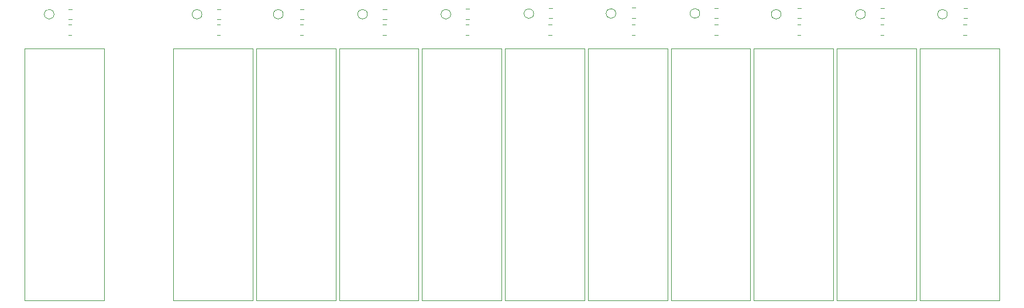
<source format=gbr>
%TF.GenerationSoftware,KiCad,Pcbnew,8.0.6-8.0.6-0~ubuntu22.04.1*%
%TF.CreationDate,2024-11-15T16:44:39-05:00*%
%TF.ProjectId,multi-band-equalizer,6d756c74-692d-4626-916e-642d65717561,rev?*%
%TF.SameCoordinates,Original*%
%TF.FileFunction,Legend,Bot*%
%TF.FilePolarity,Positive*%
%FSLAX46Y46*%
G04 Gerber Fmt 4.6, Leading zero omitted, Abs format (unit mm)*
G04 Created by KiCad (PCBNEW 8.0.6-8.0.6-0~ubuntu22.04.1) date 2024-11-15 16:44:39*
%MOMM*%
%LPD*%
G01*
G04 APERTURE LIST*
%ADD10C,0.120000*%
%ADD11C,0.100000*%
G04 APERTURE END LIST*
D10*
%TO.C,R21*%
X334815436Y-241590000D02*
X335269564Y-241590000D01*
X334815436Y-243060000D02*
X335269564Y-243060000D01*
%TO.C,TP31*%
X272590000Y-240080000D02*
G75*
G02*
X271190000Y-240080000I-700000J0D01*
G01*
X271190000Y-240080000D02*
G75*
G02*
X272590000Y-240080000I700000J0D01*
G01*
%TO.C,R19*%
X358815436Y-241590000D02*
X359269564Y-241590000D01*
X358815436Y-243060000D02*
X359269564Y-243060000D01*
%TO.C,RV3*%
D11*
X340002500Y-245025000D02*
X328502500Y-245025000D01*
X328502500Y-281525000D01*
X340002500Y-281525000D01*
X340002500Y-245025000D01*
D10*
%TO.C,TP26*%
X332430000Y-240080000D02*
G75*
G02*
X331030000Y-240080000I-700000J0D01*
G01*
X331030000Y-240080000D02*
G75*
G02*
X332430000Y-240080000I700000J0D01*
G01*
%TO.C,TP27*%
X320680000Y-239960000D02*
G75*
G02*
X319280000Y-239960000I-700000J0D01*
G01*
X319280000Y-239960000D02*
G75*
G02*
X320680000Y-239960000I700000J0D01*
G01*
%TO.C,TP28*%
X308530000Y-239970000D02*
G75*
G02*
X307130000Y-239970000I-700000J0D01*
G01*
X307130000Y-239970000D02*
G75*
G02*
X308530000Y-239970000I700000J0D01*
G01*
%TO.C,RV9*%
D11*
X268002500Y-245025000D02*
X256502500Y-245025000D01*
X256502500Y-281525000D01*
X268002500Y-281525000D01*
X268002500Y-245025000D01*
%TO.C,RV11*%
X234502500Y-245025000D02*
X223002500Y-245025000D01*
X223002500Y-281525000D01*
X234502500Y-281525000D01*
X234502500Y-245025000D01*
D10*
%TO.C,R24*%
X298792936Y-241590000D02*
X299247064Y-241590000D01*
X298792936Y-243060000D02*
X299247064Y-243060000D01*
%TO.C,R29*%
X229325436Y-241590000D02*
X229779564Y-241590000D01*
X229325436Y-243060000D02*
X229779564Y-243060000D01*
%TO.C,C38*%
X323351252Y-239190000D02*
X322828748Y-239190000D01*
X323351252Y-240660000D02*
X322828748Y-240660000D01*
%TO.C,RV7*%
D11*
X292002500Y-245025000D02*
X280502500Y-245025000D01*
X280502500Y-281525000D01*
X292002500Y-281525000D01*
X292002500Y-245025000D01*
D10*
%TO.C,C41*%
X287351252Y-239315000D02*
X286828748Y-239315000D01*
X287351252Y-240785000D02*
X286828748Y-240785000D01*
%TO.C,TP33*%
X248640000Y-240080000D02*
G75*
G02*
X247240000Y-240080000I-700000J0D01*
G01*
X247240000Y-240080000D02*
G75*
G02*
X248640000Y-240080000I700000J0D01*
G01*
%TO.C,C40*%
X299326252Y-239190000D02*
X298803748Y-239190000D01*
X299326252Y-240660000D02*
X298803748Y-240660000D01*
%TO.C,C42*%
X275351252Y-239340000D02*
X274828748Y-239340000D01*
X275351252Y-240810000D02*
X274828748Y-240810000D01*
%TO.C,R25*%
X286825436Y-241590000D02*
X287279564Y-241590000D01*
X286825436Y-243060000D02*
X287279564Y-243060000D01*
%TO.C,C37*%
X335351252Y-239190000D02*
X334828748Y-239190000D01*
X335351252Y-240660000D02*
X334828748Y-240660000D01*
%TO.C,RV5*%
D11*
X316002500Y-245025000D02*
X304502500Y-245025000D01*
X304502500Y-281525000D01*
X316002500Y-281525000D01*
X316002500Y-245025000D01*
D10*
%TO.C,R22*%
X322825436Y-241590000D02*
X323279564Y-241590000D01*
X322825436Y-243060000D02*
X323279564Y-243060000D01*
%TO.C,RV4*%
D11*
X328002500Y-245025000D02*
X316502500Y-245025000D01*
X316502500Y-281525000D01*
X328002500Y-281525000D01*
X328002500Y-245025000D01*
D10*
%TO.C,R27*%
X262825436Y-241590000D02*
X263279564Y-241590000D01*
X262825436Y-243060000D02*
X263279564Y-243060000D01*
%TO.C,C43*%
X263351252Y-239340000D02*
X262828748Y-239340000D01*
X263351252Y-240810000D02*
X262828748Y-240810000D01*
%TO.C,TP25*%
X344640000Y-240080000D02*
G75*
G02*
X343240000Y-240080000I-700000J0D01*
G01*
X343240000Y-240080000D02*
G75*
G02*
X344640000Y-240080000I700000J0D01*
G01*
%TO.C,R26*%
X274825436Y-241590000D02*
X275279564Y-241590000D01*
X274825436Y-243060000D02*
X275279564Y-243060000D01*
%TO.C,TP32*%
X260390000Y-240080000D02*
G75*
G02*
X258990000Y-240080000I-700000J0D01*
G01*
X258990000Y-240080000D02*
G75*
G02*
X260390000Y-240080000I700000J0D01*
G01*
%TO.C,RV8*%
D11*
X280002500Y-245025000D02*
X268502500Y-245025000D01*
X268502500Y-281525000D01*
X280002500Y-281525000D01*
X280002500Y-245025000D01*
%TO.C,RV1*%
X364002500Y-245025000D02*
X352502500Y-245025000D01*
X352502500Y-281525000D01*
X364002500Y-281525000D01*
X364002500Y-245025000D01*
D10*
%TO.C,C45*%
X229851252Y-239365000D02*
X229328748Y-239365000D01*
X229851252Y-240835000D02*
X229328748Y-240835000D01*
%TO.C,C35*%
X359351252Y-239190000D02*
X358828748Y-239190000D01*
X359351252Y-240660000D02*
X358828748Y-240660000D01*
%TO.C,TP24*%
X356500000Y-240080000D02*
G75*
G02*
X355100000Y-240080000I-700000J0D01*
G01*
X355100000Y-240080000D02*
G75*
G02*
X356500000Y-240080000I700000J0D01*
G01*
%TO.C,R20*%
X346825436Y-241590000D02*
X347279564Y-241590000D01*
X346825436Y-243060000D02*
X347279564Y-243060000D01*
%TO.C,C44*%
X251351252Y-239340000D02*
X250828748Y-239340000D01*
X251351252Y-240810000D02*
X250828748Y-240810000D01*
%TO.C,R23*%
X310825436Y-241590000D02*
X311279564Y-241590000D01*
X310825436Y-243060000D02*
X311279564Y-243060000D01*
%TO.C,C36*%
X347351252Y-239215000D02*
X346828748Y-239215000D01*
X347351252Y-240685000D02*
X346828748Y-240685000D01*
%TO.C,RV10*%
D11*
X256002500Y-245025000D02*
X244502500Y-245025000D01*
X244502500Y-281525000D01*
X256002500Y-281525000D01*
X256002500Y-245025000D01*
D10*
%TO.C,C39*%
X311351252Y-239140000D02*
X310828748Y-239140000D01*
X311351252Y-240610000D02*
X310828748Y-240610000D01*
%TO.C,TP34*%
X227240000Y-240080000D02*
G75*
G02*
X225840000Y-240080000I-700000J0D01*
G01*
X225840000Y-240080000D02*
G75*
G02*
X227240000Y-240080000I700000J0D01*
G01*
%TO.C,R28*%
X250825436Y-241590000D02*
X251279564Y-241590000D01*
X250825436Y-243060000D02*
X251279564Y-243060000D01*
%TO.C,TP29*%
X296650000Y-239990000D02*
G75*
G02*
X295250000Y-239990000I-700000J0D01*
G01*
X295250000Y-239990000D02*
G75*
G02*
X296650000Y-239990000I700000J0D01*
G01*
%TO.C,RV6*%
D11*
X304002500Y-245025000D02*
X292502500Y-245025000D01*
X292502500Y-281525000D01*
X304002500Y-281525000D01*
X304002500Y-245025000D01*
%TO.C,RV2*%
X352002500Y-245025000D02*
X340502500Y-245025000D01*
X340502500Y-281525000D01*
X352002500Y-281525000D01*
X352002500Y-245025000D01*
D10*
%TO.C,TP30*%
X284640000Y-240080000D02*
G75*
G02*
X283240000Y-240080000I-700000J0D01*
G01*
X283240000Y-240080000D02*
G75*
G02*
X284640000Y-240080000I700000J0D01*
G01*
%TD*%
M02*

</source>
